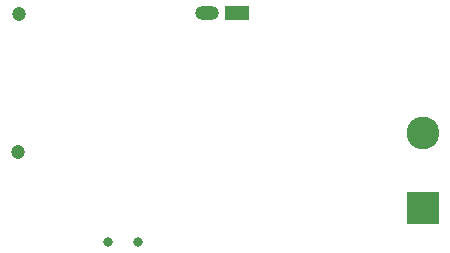
<source format=gbr>
%TF.GenerationSoftware,Altium Limited,Altium Designer,24.3.1 (35)*%
G04 Layer_Physical_Order=2*
G04 Layer_Color=16711680*
%FSLAX45Y45*%
%MOMM*%
%TF.SameCoordinates,E851E176-8CB6-418E-8C67-C8CBA5644839*%
%TF.FilePolarity,Positive*%
%TF.FileFunction,Copper,L2,Bot,Signal*%
%TF.Part,Single*%
G01*
G75*
%TA.AperFunction,ComponentPad*%
%ADD11C,1.20000*%
%ADD12R,2.77500X2.77500*%
%ADD13C,2.77500*%
%ADD14R,2.00000X1.20000*%
%ADD15O,2.00000X1.20000*%
%ADD16C,0.80000*%
D11*
X5549900Y7556500D02*
D03*
X5562600Y8724900D02*
D03*
D12*
X8978900Y7086600D02*
D03*
D13*
Y7721600D02*
D03*
D14*
X7404100Y8737600D02*
D03*
D15*
X7150100D02*
D03*
D16*
X6311900Y6794500D02*
D03*
X6565900D02*
D03*
%TF.MD5,afd41a9dd009ff9590d2ed79f0c4b764*%
M02*

</source>
